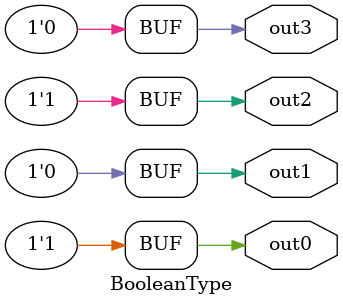
<source format=v>
module BooleanType (
  output out0,
  output out1,
  output out2,
  output out3
);
  assign out0 = 1'h1;
  assign out1 = 1'h0;
  assign out2 = 1'h1;
  assign out3 = 1'h0;
endmodule

</source>
